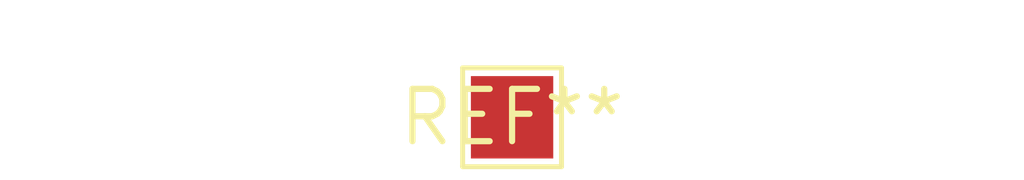
<source format=kicad_pcb>
(kicad_pcb (version 20240108) (generator pcbnew)
  (layers (0 "F.Cu" signal) (31 "B.Cu" signal) (34 "B.Paste" user) (35 "F.Paste" user) (36 "B.SilkS" user "B.Silkscreen") (37 "F.SilkS" user "F.Silkscreen") (38 "B.Mask" user) (39 "F.Mask" user) (44 "Edge.Cuts" user))
  (net 0 "")
  (footprint "TestPoint_Pad_2.0x2.0mm" (layer "F.Cu") (at 0 0)
    (property "Reference" "REF**")
    (property "Value" "TestPoint_Pad_2.0x2.0mm")
    (fp_line (start -1.2 -1.2) (end 1.2 -1.2) (layer "F.SilkS") (stroke (width 0.12)))
    (fp_line (start -1.2 1.2) (end -1.2 -1.2) (layer "F.SilkS") (stroke (width 0.12)))
    (fp_line (start 1.2 -1.2) (end 1.2 1.2) (layer "F.SilkS") (stroke (width 0.12)))
    (fp_line (start 1.2 1.2) (end -1.2 1.2) (layer "F.SilkS") (stroke (width 0.12)))
    (pad "1" smd rect (at 0 0) (size 2 2) (layers "F.Cu" "F.Mask"))
  )
)
</source>
